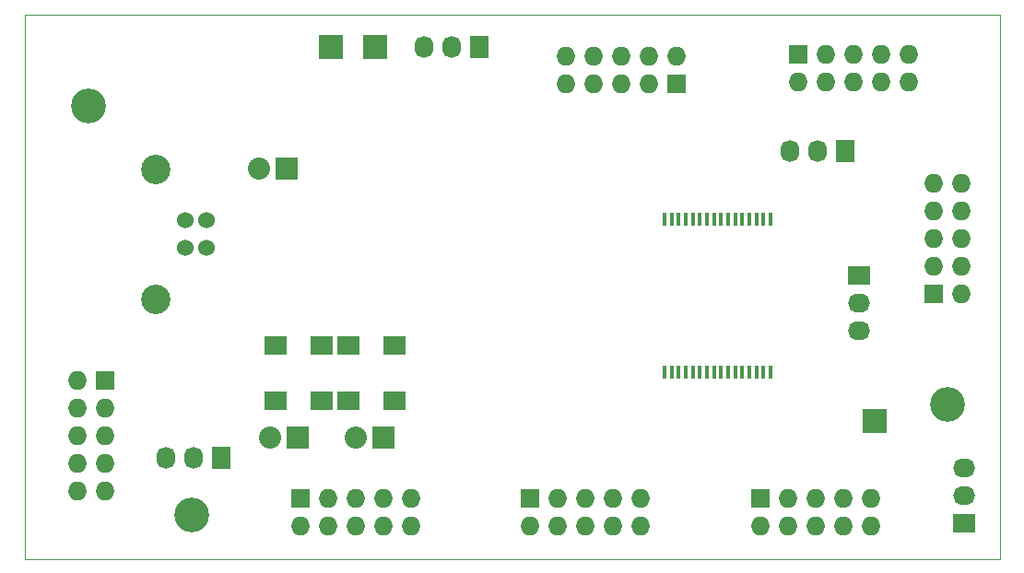
<source format=gbs>
G04 #@! TF.FileFunction,Soldermask,Bot*
%FSLAX46Y46*%
G04 Gerber Fmt 4.6, Leading zero omitted, Abs format (unit mm)*
G04 Created by KiCad (PCBNEW 4.0.2-stable) date vie 27 may 2016 00:51:31 CEST*
%MOMM*%
G01*
G04 APERTURE LIST*
%ADD10C,0.100000*%
%ADD11R,1.727200X1.727200*%
%ADD12O,1.727200X1.727200*%
%ADD13R,0.400000X1.200000*%
%ADD14R,2.032000X2.032000*%
%ADD15O,2.032000X2.032000*%
%ADD16R,1.727200X2.032000*%
%ADD17O,1.727200X2.032000*%
%ADD18R,2.235200X2.235200*%
%ADD19C,1.524000*%
%ADD20C,2.700020*%
%ADD21R,2.032000X1.727200*%
%ADD22O,2.032000X1.727200*%
%ADD23R,2.000000X1.800000*%
%ADD24C,3.200000*%
G04 APERTURE END LIST*
D10*
X96520000Y-77470000D02*
X96520000Y-127508000D01*
X186055000Y-77470000D02*
X96520000Y-77470000D01*
X186055000Y-127508000D02*
X186055000Y-77470000D01*
X96520000Y-127508000D02*
X186055000Y-127508000D01*
D11*
X121856500Y-121920000D03*
D12*
X121856500Y-124460000D03*
X124396500Y-121920000D03*
X124396500Y-124460000D03*
X126936500Y-121920000D03*
X126936500Y-124460000D03*
X129476500Y-121920000D03*
X129476500Y-124460000D03*
X132016500Y-121920000D03*
X132016500Y-124460000D03*
D13*
X155272000Y-96314500D03*
X155922000Y-96314500D03*
X156572000Y-96314500D03*
X157222000Y-96314500D03*
X157872000Y-96314500D03*
X158522000Y-96314500D03*
X159172000Y-96314500D03*
X159822000Y-96314500D03*
X160472000Y-96314500D03*
X161122000Y-96314500D03*
X161772000Y-96314500D03*
X162422000Y-96314500D03*
X163072000Y-96314500D03*
X163722000Y-96314500D03*
X164372000Y-96314500D03*
X165022000Y-96314500D03*
X165022000Y-110314500D03*
X164372000Y-110314500D03*
X163722000Y-110314500D03*
X163072000Y-110314500D03*
X162422000Y-110314500D03*
X161772000Y-110314500D03*
X161122000Y-110314500D03*
X160472000Y-110314500D03*
X159822000Y-110314500D03*
X159172000Y-110314500D03*
X158522000Y-110314500D03*
X157872000Y-110314500D03*
X157222000Y-110314500D03*
X156572000Y-110314500D03*
X155922000Y-110314500D03*
X155272000Y-110314500D03*
D14*
X120523000Y-91630500D03*
D15*
X117983000Y-91630500D03*
D16*
X138239500Y-80454500D03*
D17*
X135699500Y-80454500D03*
X133159500Y-80454500D03*
D18*
X128651000Y-80454500D03*
D19*
X113220500Y-98966020D03*
X113220500Y-96426020D03*
X111221520Y-96426020D03*
X111221520Y-98966020D03*
D20*
X108521500Y-103695500D03*
X108521500Y-91696540D03*
D16*
X171831000Y-90043000D03*
D17*
X169291000Y-90043000D03*
X166751000Y-90043000D03*
D21*
X173101000Y-101473000D03*
D22*
X173101000Y-104013000D03*
X173101000Y-106553000D03*
D18*
X124587000Y-80454500D03*
X174561500Y-114871500D03*
D16*
X114554000Y-118237000D03*
D17*
X112014000Y-118237000D03*
X109474000Y-118237000D03*
D21*
X182753000Y-124206000D03*
D22*
X182753000Y-121666000D03*
X182753000Y-119126000D03*
D23*
X123766000Y-112976500D03*
X123766000Y-107876500D03*
X119566000Y-112976500D03*
X119566000Y-107876500D03*
X130433500Y-112976500D03*
X130433500Y-107876500D03*
X126233500Y-112976500D03*
X126233500Y-107876500D03*
D14*
X121602500Y-116332000D03*
D15*
X119062500Y-116332000D03*
D14*
X129413000Y-116332000D03*
D15*
X126873000Y-116332000D03*
D11*
X167513000Y-81153000D03*
D12*
X167513000Y-83693000D03*
X170053000Y-81153000D03*
X170053000Y-83693000D03*
X172593000Y-81153000D03*
X172593000Y-83693000D03*
X175133000Y-81153000D03*
X175133000Y-83693000D03*
X177673000Y-81153000D03*
X177673000Y-83693000D03*
D11*
X156400500Y-83883500D03*
D12*
X156400500Y-81343500D03*
X153860500Y-83883500D03*
X153860500Y-81343500D03*
X151320500Y-83883500D03*
X151320500Y-81343500D03*
X148780500Y-83883500D03*
X148780500Y-81343500D03*
X146240500Y-83883500D03*
X146240500Y-81343500D03*
D11*
X142938500Y-121920000D03*
D12*
X142938500Y-124460000D03*
X145478500Y-121920000D03*
X145478500Y-124460000D03*
X148018500Y-121920000D03*
X148018500Y-124460000D03*
X150558500Y-121920000D03*
X150558500Y-124460000D03*
X153098500Y-121920000D03*
X153098500Y-124460000D03*
D11*
X164084000Y-121920000D03*
D12*
X164084000Y-124460000D03*
X166624000Y-121920000D03*
X166624000Y-124460000D03*
X169164000Y-121920000D03*
X169164000Y-124460000D03*
X171704000Y-121920000D03*
X171704000Y-124460000D03*
X174244000Y-121920000D03*
X174244000Y-124460000D03*
D11*
X179959000Y-103187500D03*
D12*
X182499000Y-103187500D03*
X179959000Y-100647500D03*
X182499000Y-100647500D03*
X179959000Y-98107500D03*
X182499000Y-98107500D03*
X179959000Y-95567500D03*
X182499000Y-95567500D03*
X179959000Y-93027500D03*
X182499000Y-93027500D03*
D11*
X103886000Y-111125000D03*
D12*
X101346000Y-111125000D03*
X103886000Y-113665000D03*
X101346000Y-113665000D03*
X103886000Y-116205000D03*
X101346000Y-116205000D03*
X103886000Y-118745000D03*
X101346000Y-118745000D03*
X103886000Y-121285000D03*
X101346000Y-121285000D03*
D24*
X102362000Y-85852000D03*
X111823500Y-123444000D03*
X181229000Y-113284000D03*
M02*

</source>
